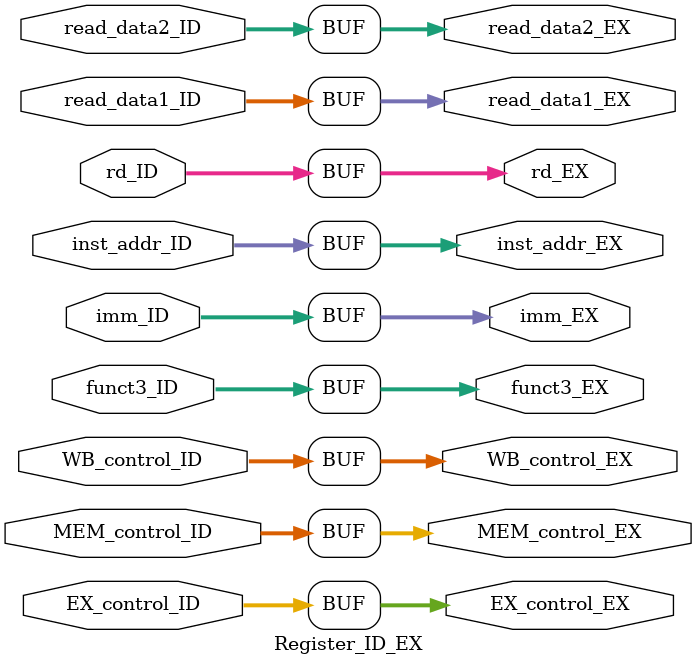
<source format=v>
module Register_ID_EX
(
    input [1:0] WB_control_ID,
    input [2:0] MEM_control_ID,
    input [4:0] EX_control_ID,
    input [63:0] inst_addr_ID,
    input [63:0] read_data1_ID,
    input [63:0] read_data2_ID,
    input [63:0] imm_ID,
    input [4:0] rd_ID,
    input [3:0] funct3_ID,
    output reg [1:0] WB_control_EX,
    output reg [2:0] MEM_control_EX,
    output reg [4:0] EX_control_EX,
    output reg [63:0] inst_addr_EX,
    output reg [63:0] read_data1_EX,
    output reg [63:0] read_data2_EX,
    output reg [63:0] imm_EX,
    output reg [4:0] rd_EX,
    output reg [3:0] funct3_EX
);

always @(*) begin
    WB_control_EX = WB_control_ID;
    MEM_control_EX = MEM_control_ID;
    EX_control_EX = EX_control_ID;
    inst_addr_EX = inst_addr_ID;
    read_data1_EX = read_data1_ID;
    read_data2_EX = read_data2_ID;
    imm_EX = imm_ID;
    rd_EX = rd_ID;
    funct3_EX = funct3_ID;
end

endmodule

</source>
